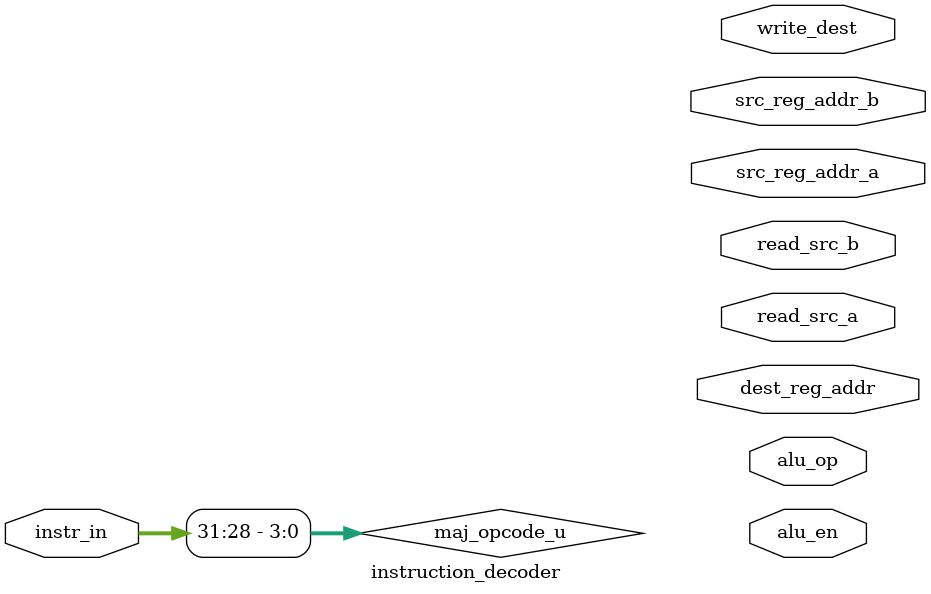
<source format=sv>
`default_nettype none


module instruction_decoder #(
    parameter int INSTR_WIDTH = 32,
    parameter int OPCODE_WIDTH = 4,
    parameter int REG_ADDR_WIDTH = 5
)(
    input wire [INSTR_WIDTH-1:0] instr_in,

    output reg read_src_a,
    output reg read_src_b,
    output reg [REG_ADDR_WIDTH-1:0] src_reg_addr_a,
    output reg [REG_ADDR_WIDTH-1:0] src_reg_addr_b,
    output reg write_dest,
    output reg [REG_ADDR_WIDTH-1:0] dest_reg_addr,
    output reg alu_en,
    output reg alu_op
);

wire [OPCODE_WIDTH-1:0] maj_opcode_u = instr_in[INSTR_WIDTH-1:INSTR_WIDTH-OPCODE_WIDTH];

endmodule

`default_nettype wire

</source>
